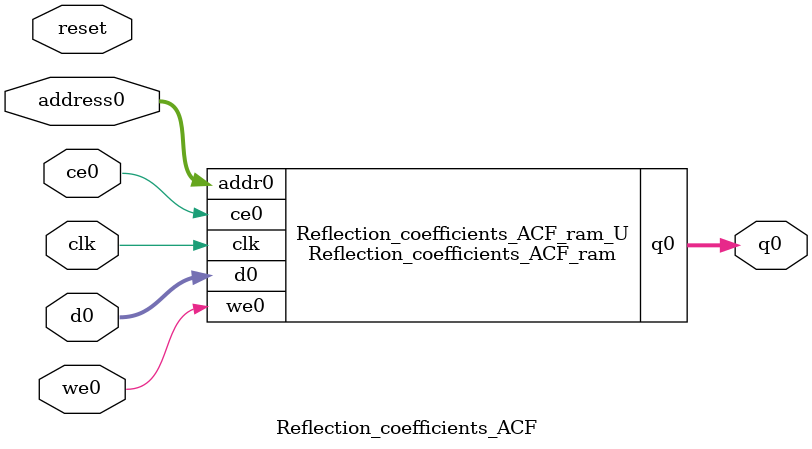
<source format=v>

`timescale 1 ns / 1 ps
module Reflection_coefficients_ACF_ram (addr0, ce0, d0, we0, q0,  clk);

parameter DWIDTH = 16;
parameter AWIDTH = 4;
parameter MEM_SIZE = 9;

input[AWIDTH-1:0] addr0;
input ce0;
input[DWIDTH-1:0] d0;
input we0;
output reg[DWIDTH-1:0] q0;
input clk;

(* ram_style = "distributed" *)reg [DWIDTH-1:0] ram[MEM_SIZE-1:0];




always @(posedge clk)  
begin 
    if (ce0) 
    begin
        if (we0) 
        begin 
            ram[addr0] <= d0; 
            q0 <= d0;
        end 
        else 
            q0 <= ram[addr0];
    end
end


endmodule


`timescale 1 ns / 1 ps
module Reflection_coefficients_ACF(
    reset,
    clk,
    address0,
    ce0,
    we0,
    d0,
    q0);

parameter DataWidth = 32'd16;
parameter AddressRange = 32'd9;
parameter AddressWidth = 32'd4;
input reset;
input clk;
input[AddressWidth - 1:0] address0;
input ce0;
input we0;
input[DataWidth - 1:0] d0;
output[DataWidth - 1:0] q0;



Reflection_coefficients_ACF_ram Reflection_coefficients_ACF_ram_U(
    .clk( clk ),
    .addr0( address0 ),
    .ce0( ce0 ),
    .d0( d0 ),
    .we0( we0 ),
    .q0( q0 ));

endmodule


</source>
